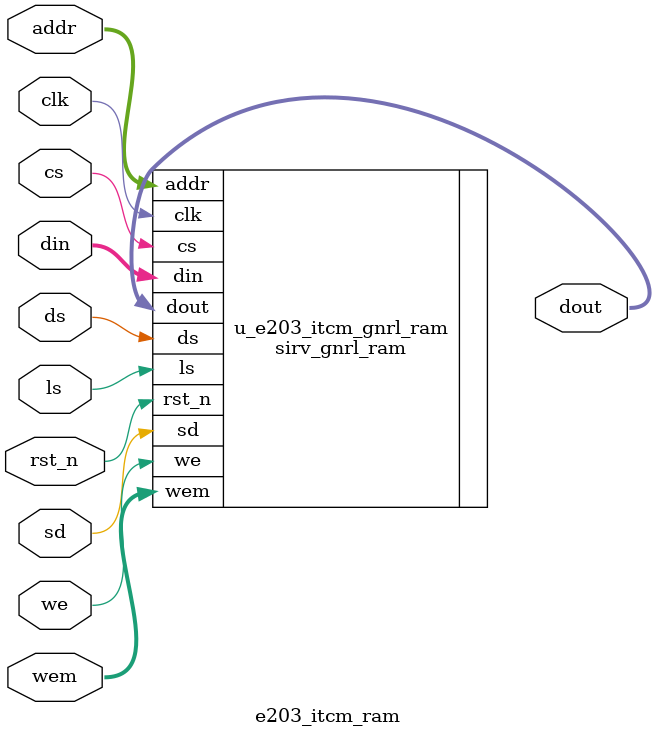
<source format=v>
 /*                                                                      
 Copyright 2018-2020 Nuclei System Technology, Inc.                
                                                                         
 Licensed under the Apache License, Version 2.0 (the "License");         
 you may not use this file except in compliance with the License.        
 You may obtain a copy of the License at                                 
                                                                         
     http://www.apache.org/licenses/LICENSE-2.0                          
                                                                         
  Unless required by applicable law or agreed to in writing, software    
 distributed under the License is distributed on an "AS IS" BASIS,       
 WITHOUT WARRANTIES OR CONDITIONS OF ANY KIND, either express or implied.
 See the License for the specific language governing permissions and     
 limitations under the License.                                          
 */                                                                      
                                                                         
                                                                         
                                                                         
//=====================================================================
// Designer   : Bob Hu
//
// Description:
//  The ITCM-SRAM module to implement ITCM SRAM
//
// ====================================================================

module e203_itcm_ram(

  input                              sd,
  input                              ds,
  input                              ls,

  input                              cs,  
  input                              we,  
  input  [13-1:0] addr, 
  input  [8-1:0] wem,
  input  [64-1:0] din,          
  output [64-1:0] dout,
  input                              rst_n,
  input                              clk

);

 
  sirv_gnrl_ram #(
    .FORCE_X2ZERO(0),
    .DP(8192),
    .DW(64),
    .MW(8),
    .AW(13)
  ) u_e203_itcm_gnrl_ram(
  .sd  (sd  ),
  .ds  (ds  ),
  .ls  (ls  ),

  .rst_n (rst_n ),
  .clk (clk ),
  .cs  (cs  ),
  .we  (we  ),
  .addr(addr),
  .din (din ),
  .wem (wem ),
  .dout(dout)
  );
                                                      
endmodule

</source>
